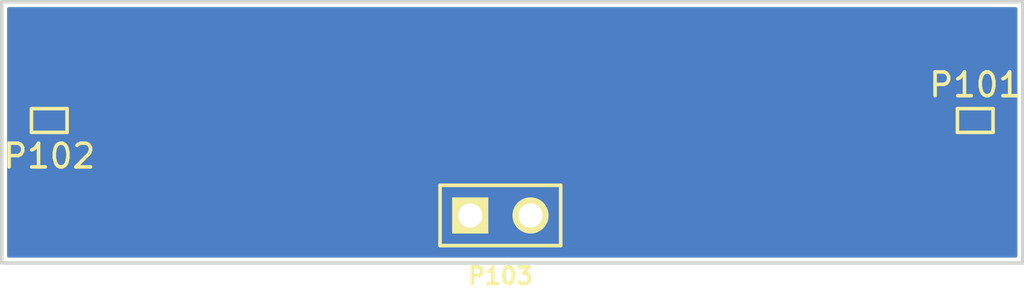
<source format=kicad_pcb>
(kicad_pcb (version 4) (host pcbnew "(2015-08-01 BZR 6032, Git 6a6a55f)-product")

  (general
    (links 3)
    (no_connects 0)
    (area 122.891667 99.924999 172.108334 112.316)
    (thickness 1.6)
    (drawings 4)
    (tracks 10)
    (zones 0)
    (modules 3)
    (nets 4)
  )

  (page A4)
  (layers
    (0 F.Cu signal)
    (31 B.Cu signal)
    (32 B.Adhes user)
    (33 F.Adhes user)
    (34 B.Paste user)
    (35 F.Paste user)
    (36 B.SilkS user)
    (37 F.SilkS user)
    (38 B.Mask user)
    (39 F.Mask user)
    (40 Dwgs.User user)
    (41 Cmts.User user)
    (42 Eco1.User user)
    (43 Eco2.User user)
    (44 Edge.Cuts user)
    (45 Margin user)
    (46 B.CrtYd user)
    (47 F.CrtYd user)
    (48 B.Fab user)
    (49 F.Fab user)
  )

  (setup
    (last_trace_width 0.25)
    (trace_clearance 0.2)
    (zone_clearance 0.508)
    (zone_45_only no)
    (trace_min 0.2)
    (segment_width 0.2)
    (edge_width 0.15)
    (via_size 0.6)
    (via_drill 0.4)
    (via_min_size 0.4)
    (via_min_drill 0.3)
    (uvia_size 0.3)
    (uvia_drill 0.1)
    (uvias_allowed no)
    (uvia_min_size 0.2)
    (uvia_min_drill 0.1)
    (pcb_text_width 0.3)
    (pcb_text_size 1.5 1.5)
    (mod_edge_width 0.15)
    (mod_text_size 1 1)
    (mod_text_width 0.15)
    (pad_size 1.524 1.524)
    (pad_drill 0.762)
    (pad_to_mask_clearance 0.2)
    (aux_axis_origin 0 0)
    (visible_elements 7FFFFFFF)
    (pcbplotparams
      (layerselection 0x00000_80000001)
      (usegerberextensions true)
      (excludeedgelayer true)
      (linewidth 0.100000)
      (plotframeref false)
      (viasonmask false)
      (mode 1)
      (useauxorigin false)
      (hpglpennumber 1)
      (hpglpenspeed 20)
      (hpglpendiameter 15)
      (hpglpenoverlay 2)
      (psnegative false)
      (psa4output false)
      (plotreference true)
      (plotvalue true)
      (plotinvisibletext false)
      (padsonsilk false)
      (subtractmaskfromsilk false)
      (outputformat 1)
      (mirror false)
      (drillshape 0)
      (scaleselection 1)
      (outputdirectory No_TOP_GND))
  )

  (net 0 "")
  (net 1 GND)
  (net 2 /HS_P)
  (net 3 /HS_N)

  (net_class Default "Ceci est la Netclass par défaut"
    (clearance 0.2)
    (trace_width 0.25)
    (via_dia 0.6)
    (via_drill 0.4)
    (uvia_dia 0.3)
    (uvia_drill 0.1)
    (add_net /HS_N)
    (add_net /HS_P)
    (add_net GND)
  )

  (module Connectors_254mm:pin_array_2x1 (layer F.Cu) (tedit 54CE46FD) (tstamp 55F09A95)
    (at 35.5 24.1)
    (descr "Connecteurs 2 pins")
    (tags "CONN DEV")
    (path /55F09A1E)
    (fp_text reference P103 (at 0 2.55) (layer F.SilkS)
      (effects (font (size 0.7 0.7) (thickness 0.152)))
    )
    (fp_text value CONN_01X02 (at 0 -1.905) (layer F.SilkS) hide
      (effects (font (size 0.762 0.762) (thickness 0.1524)))
    )
    (fp_line (start -2.54 1.27) (end -2.54 -1.27) (layer F.SilkS) (width 0.1524))
    (fp_line (start -2.54 -1.27) (end 2.54 -1.27) (layer F.SilkS) (width 0.1524))
    (fp_line (start 2.54 -1.27) (end 2.54 1.27) (layer F.SilkS) (width 0.1524))
    (fp_line (start 2.54 1.27) (end -2.54 1.27) (layer F.SilkS) (width 0.1524))
    (pad 1 thru_hole rect (at -1.27 0) (size 1.524 1.524) (drill 1.016) (layers *.Cu *.Mask F.SilkS)
      (net 1 GND))
    (pad 2 thru_hole circle (at 1.27 0) (size 1.524 1.524) (drill 1.016) (layers *.Cu *.Mask F.SilkS)
      (net 1 GND))
    (model pin_array/pins_array_2x1.wrl
      (at (xyz 0 0 0))
      (scale (xyz 1 1 1))
      (rotate (xyz 0 0 0))
    )
  )

  (module test:TEST_01x02_05mm (layer F.Cu) (tedit 55F1548A) (tstamp 55F1555C)
    (at 55.5 20.1 180)
    (path /55F0991E)
    (attr smd)
    (fp_text reference P101 (at 0 1.5 180) (layer F.SilkS)
      (effects (font (size 1 1) (thickness 0.15)))
    )
    (fp_text value CONN_01X02 (at 0 -0.5 180) (layer F.Fab) hide
      (effects (font (size 1 1) (thickness 0.15)))
    )
    (fp_line (start -0.75 -0.5) (end 0.75 -0.5) (layer F.SilkS) (width 0.15))
    (fp_line (start 0.75 -0.5) (end 0.75 0.5) (layer F.SilkS) (width 0.15))
    (fp_line (start 0.75 0.5) (end -0.75 0.5) (layer F.SilkS) (width 0.15))
    (fp_line (start -0.75 0.5) (end -0.75 -0.5) (layer F.SilkS) (width 0.15))
    (pad 1 smd rect (at 0 -0.25 180) (size 1 0.25) (layers F.Cu F.Paste F.Mask)
      (net 2 /HS_P))
    (pad 2 smd rect (at 0 0.25 180) (size 1 0.25) (layers F.Cu F.Paste F.Mask)
      (net 3 /HS_N))
  )

  (module test:TEST_01x02_05mm (layer F.Cu) (tedit 55F1548A) (tstamp 55F15565)
    (at 16.5 20.1)
    (path /55F09831)
    (attr smd)
    (fp_text reference P102 (at 0 1.5) (layer F.SilkS)
      (effects (font (size 1 1) (thickness 0.15)))
    )
    (fp_text value CONN_01X02 (at 0 -0.5) (layer F.Fab) hide
      (effects (font (size 1 1) (thickness 0.15)))
    )
    (fp_line (start -0.75 -0.5) (end 0.75 -0.5) (layer F.SilkS) (width 0.15))
    (fp_line (start 0.75 -0.5) (end 0.75 0.5) (layer F.SilkS) (width 0.15))
    (fp_line (start 0.75 0.5) (end -0.75 0.5) (layer F.SilkS) (width 0.15))
    (fp_line (start -0.75 0.5) (end -0.75 -0.5) (layer F.SilkS) (width 0.15))
    (pad 1 smd rect (at 0 -0.25) (size 1 0.25) (layers F.Cu F.Paste F.Mask)
      (net 3 /HS_N))
    (pad 2 smd rect (at 0 0.25) (size 1 0.25) (layers F.Cu F.Paste F.Mask)
      (net 2 /HS_P))
  )

  (gr_line (start 14.5 26.1) (end 57.5 26.1) (layer Edge.Cuts) (width 0.15))
  (gr_line (start 14.5 26.1) (end 14.5 15.1) (layer Edge.Cuts) (width 0.15))
  (gr_line (start 57.5 15.1) (end 57.5 26.1) (layer Edge.Cuts) (width 0.15))
  (gr_line (start 14.5 15.1) (end 57.5 15.1) (layer Edge.Cuts) (width 0.15))

  (segment (start 16.5 20.35) (end 17.25 20.35) (width 0.12) (layer F.Cu) (net 2))
  (segment (start 54.62 20.22) (end 54.75 20.35) (width 0.12) (layer F.Cu) (net 2))
  (segment (start 17.25 20.35) (end 17.38 20.22) (width 0.12) (layer F.Cu) (net 2))
  (segment (start 17.38 20.22) (end 54.62 20.22) (width 0.12) (layer F.Cu) (net 2))
  (segment (start 54.75 20.35) (end 55.5 20.35) (width 0.12) (layer F.Cu) (net 2))
  (segment (start 54.62 19.98) (end 54.75 19.85) (width 0.12) (layer F.Cu) (net 3))
  (segment (start 54.75 19.85) (end 55.5 19.85) (width 0.12) (layer F.Cu) (net 3))
  (segment (start 16.5 19.85) (end 17.25 19.85) (width 0.12) (layer F.Cu) (net 3))
  (segment (start 17.25 19.85) (end 17.38 19.98) (width 0.12) (layer F.Cu) (net 3))
  (segment (start 17.38 19.98) (end 54.62 19.98) (width 0.12) (layer F.Cu) (net 3))

  (zone (net 1) (net_name GND) (layer B.Cu) (tstamp 0) (hatch edge 0.508)
    (connect_pads yes (clearance 0.15))
    (min_thickness 0.15)
    (fill yes (arc_segments 16) (thermal_gap 0.508) (thermal_bridge_width 0.508))
    (polygon
      (pts
        (xy 14.5 15.1) (xy 57.5 15.1) (xy 57.5 26.1) (xy 14.5 26.1)
      )
    )
    (filled_polygon
      (pts
        (xy 57.2 25.8) (xy 14.8 25.8) (xy 14.8 15.4) (xy 57.2 15.4)
      )
    )
  )
)

</source>
